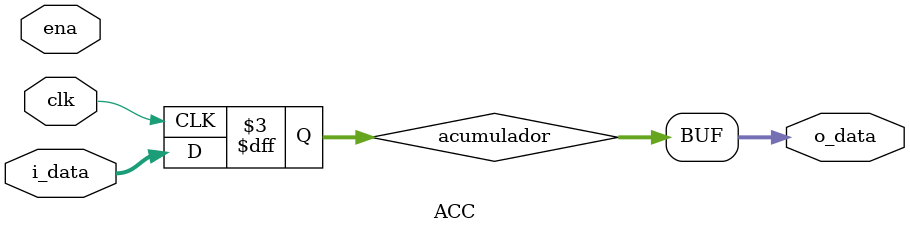
<source format=v>
`timescale 1ns / 1ps

module ACC (
	input  wire [15:0] i_data,
	input  wire        clk   , // Clock
	input  wire        ena   , // Clock Enable
	output wire [15:0] o_data
);

	reg [15:0] acumulador;

	always @(posedge clk) begin : proc_data
		begin
			acumulador <= i_data;
		end
	end

	always @(*) begin : proc_
		begin
			#1
				$display("------------>%h",acumulador);
		end
	end

	assign o_data = acumulador;

endmodule
</source>
